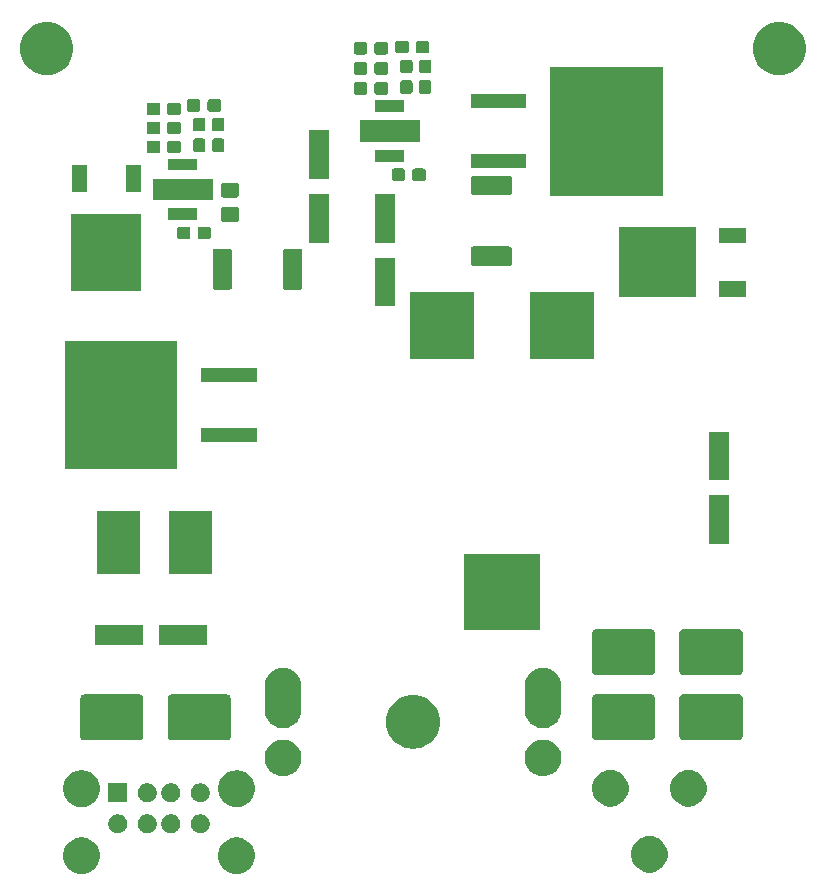
<source format=gts>
G04 #@! TF.GenerationSoftware,KiCad,Pcbnew,(5.1.2)-2*
G04 #@! TF.CreationDate,2019-06-29T18:25:01+02:00*
G04 #@! TF.ProjectId,Milwaukee_USB_charger,4d696c77-6175-46b6-9565-5f5553425f63,rev?*
G04 #@! TF.SameCoordinates,Original*
G04 #@! TF.FileFunction,Soldermask,Top*
G04 #@! TF.FilePolarity,Negative*
%FSLAX46Y46*%
G04 Gerber Fmt 4.6, Leading zero omitted, Abs format (unit mm)*
G04 Created by KiCad (PCBNEW (5.1.2)-2) date 2019-06-29 18:25:01*
%MOMM*%
%LPD*%
G04 APERTURE LIST*
%ADD10C,0.100000*%
G04 APERTURE END LIST*
D10*
G36*
X85372585Y-105808802D02*
G01*
X85522410Y-105838604D01*
X85804674Y-105955521D01*
X86058705Y-106125259D01*
X86274741Y-106341295D01*
X86444479Y-106595326D01*
X86561396Y-106877590D01*
X86621000Y-107177240D01*
X86621000Y-107482760D01*
X86561396Y-107782410D01*
X86444479Y-108064674D01*
X86274741Y-108318705D01*
X86058705Y-108534741D01*
X85804674Y-108704479D01*
X85522410Y-108821396D01*
X85372585Y-108851198D01*
X85222761Y-108881000D01*
X84917239Y-108881000D01*
X84767415Y-108851198D01*
X84617590Y-108821396D01*
X84335326Y-108704479D01*
X84081295Y-108534741D01*
X83865259Y-108318705D01*
X83695521Y-108064674D01*
X83578604Y-107782410D01*
X83519000Y-107482760D01*
X83519000Y-107177240D01*
X83578604Y-106877590D01*
X83695521Y-106595326D01*
X83865259Y-106341295D01*
X84081295Y-106125259D01*
X84335326Y-105955521D01*
X84617590Y-105838604D01*
X84767415Y-105808802D01*
X84917239Y-105779000D01*
X85222761Y-105779000D01*
X85372585Y-105808802D01*
X85372585Y-105808802D01*
G37*
G36*
X72232585Y-105808802D02*
G01*
X72382410Y-105838604D01*
X72664674Y-105955521D01*
X72918705Y-106125259D01*
X73134741Y-106341295D01*
X73304479Y-106595326D01*
X73421396Y-106877590D01*
X73481000Y-107177240D01*
X73481000Y-107482760D01*
X73421396Y-107782410D01*
X73304479Y-108064674D01*
X73134741Y-108318705D01*
X72918705Y-108534741D01*
X72664674Y-108704479D01*
X72382410Y-108821396D01*
X72232585Y-108851198D01*
X72082761Y-108881000D01*
X71777239Y-108881000D01*
X71627415Y-108851198D01*
X71477590Y-108821396D01*
X71195326Y-108704479D01*
X70941295Y-108534741D01*
X70725259Y-108318705D01*
X70555521Y-108064674D01*
X70438604Y-107782410D01*
X70379000Y-107482760D01*
X70379000Y-107177240D01*
X70438604Y-106877590D01*
X70555521Y-106595326D01*
X70725259Y-106341295D01*
X70941295Y-106125259D01*
X71195326Y-105955521D01*
X71477590Y-105838604D01*
X71627415Y-105808802D01*
X71777239Y-105779000D01*
X72082761Y-105779000D01*
X72232585Y-105808802D01*
X72232585Y-105808802D01*
G37*
G36*
X120302585Y-105678802D02*
G01*
X120452410Y-105708604D01*
X120734674Y-105825521D01*
X120988705Y-105995259D01*
X121204741Y-106211295D01*
X121374479Y-106465326D01*
X121491396Y-106747590D01*
X121551000Y-107047240D01*
X121551000Y-107352760D01*
X121491396Y-107652410D01*
X121374479Y-107934674D01*
X121204741Y-108188705D01*
X120988705Y-108404741D01*
X120734674Y-108574479D01*
X120452410Y-108691396D01*
X120386637Y-108704479D01*
X120152761Y-108751000D01*
X119847239Y-108751000D01*
X119613363Y-108704479D01*
X119547590Y-108691396D01*
X119265326Y-108574479D01*
X119011295Y-108404741D01*
X118795259Y-108188705D01*
X118625521Y-107934674D01*
X118508604Y-107652410D01*
X118449000Y-107352760D01*
X118449000Y-107047240D01*
X118508604Y-106747590D01*
X118625521Y-106465326D01*
X118795259Y-106211295D01*
X119011295Y-105995259D01*
X119265326Y-105825521D01*
X119547590Y-105708604D01*
X119697415Y-105678802D01*
X119847239Y-105649000D01*
X120152761Y-105649000D01*
X120302585Y-105678802D01*
X120302585Y-105678802D01*
G37*
G36*
X82233642Y-103849781D02*
G01*
X82379414Y-103910162D01*
X82379416Y-103910163D01*
X82510608Y-103997822D01*
X82622178Y-104109392D01*
X82709837Y-104240584D01*
X82709838Y-104240586D01*
X82770219Y-104386358D01*
X82801000Y-104541107D01*
X82801000Y-104698893D01*
X82770219Y-104853642D01*
X82709838Y-104999414D01*
X82709837Y-104999416D01*
X82622178Y-105130608D01*
X82510608Y-105242178D01*
X82379416Y-105329837D01*
X82379415Y-105329838D01*
X82379414Y-105329838D01*
X82233642Y-105390219D01*
X82078893Y-105421000D01*
X81921107Y-105421000D01*
X81766358Y-105390219D01*
X81620586Y-105329838D01*
X81620585Y-105329838D01*
X81620584Y-105329837D01*
X81489392Y-105242178D01*
X81377822Y-105130608D01*
X81290163Y-104999416D01*
X81290162Y-104999414D01*
X81229781Y-104853642D01*
X81199000Y-104698893D01*
X81199000Y-104541107D01*
X81229781Y-104386358D01*
X81290162Y-104240586D01*
X81290163Y-104240584D01*
X81377822Y-104109392D01*
X81489392Y-103997822D01*
X81620584Y-103910163D01*
X81620586Y-103910162D01*
X81766358Y-103849781D01*
X81921107Y-103819000D01*
X82078893Y-103819000D01*
X82233642Y-103849781D01*
X82233642Y-103849781D01*
G37*
G36*
X75233642Y-103849781D02*
G01*
X75379414Y-103910162D01*
X75379416Y-103910163D01*
X75510608Y-103997822D01*
X75622178Y-104109392D01*
X75709837Y-104240584D01*
X75709838Y-104240586D01*
X75770219Y-104386358D01*
X75801000Y-104541107D01*
X75801000Y-104698893D01*
X75770219Y-104853642D01*
X75709838Y-104999414D01*
X75709837Y-104999416D01*
X75622178Y-105130608D01*
X75510608Y-105242178D01*
X75379416Y-105329837D01*
X75379415Y-105329838D01*
X75379414Y-105329838D01*
X75233642Y-105390219D01*
X75078893Y-105421000D01*
X74921107Y-105421000D01*
X74766358Y-105390219D01*
X74620586Y-105329838D01*
X74620585Y-105329838D01*
X74620584Y-105329837D01*
X74489392Y-105242178D01*
X74377822Y-105130608D01*
X74290163Y-104999416D01*
X74290162Y-104999414D01*
X74229781Y-104853642D01*
X74199000Y-104698893D01*
X74199000Y-104541107D01*
X74229781Y-104386358D01*
X74290162Y-104240586D01*
X74290163Y-104240584D01*
X74377822Y-104109392D01*
X74489392Y-103997822D01*
X74620584Y-103910163D01*
X74620586Y-103910162D01*
X74766358Y-103849781D01*
X74921107Y-103819000D01*
X75078893Y-103819000D01*
X75233642Y-103849781D01*
X75233642Y-103849781D01*
G37*
G36*
X79733642Y-103849781D02*
G01*
X79879414Y-103910162D01*
X79879416Y-103910163D01*
X80010608Y-103997822D01*
X80122178Y-104109392D01*
X80209837Y-104240584D01*
X80209838Y-104240586D01*
X80270219Y-104386358D01*
X80301000Y-104541107D01*
X80301000Y-104698893D01*
X80270219Y-104853642D01*
X80209838Y-104999414D01*
X80209837Y-104999416D01*
X80122178Y-105130608D01*
X80010608Y-105242178D01*
X79879416Y-105329837D01*
X79879415Y-105329838D01*
X79879414Y-105329838D01*
X79733642Y-105390219D01*
X79578893Y-105421000D01*
X79421107Y-105421000D01*
X79266358Y-105390219D01*
X79120586Y-105329838D01*
X79120585Y-105329838D01*
X79120584Y-105329837D01*
X78989392Y-105242178D01*
X78877822Y-105130608D01*
X78790163Y-104999416D01*
X78790162Y-104999414D01*
X78729781Y-104853642D01*
X78699000Y-104698893D01*
X78699000Y-104541107D01*
X78729781Y-104386358D01*
X78790162Y-104240586D01*
X78790163Y-104240584D01*
X78877822Y-104109392D01*
X78989392Y-103997822D01*
X79120584Y-103910163D01*
X79120586Y-103910162D01*
X79266358Y-103849781D01*
X79421107Y-103819000D01*
X79578893Y-103819000D01*
X79733642Y-103849781D01*
X79733642Y-103849781D01*
G37*
G36*
X77733642Y-103849781D02*
G01*
X77879414Y-103910162D01*
X77879416Y-103910163D01*
X78010608Y-103997822D01*
X78122178Y-104109392D01*
X78209837Y-104240584D01*
X78209838Y-104240586D01*
X78270219Y-104386358D01*
X78301000Y-104541107D01*
X78301000Y-104698893D01*
X78270219Y-104853642D01*
X78209838Y-104999414D01*
X78209837Y-104999416D01*
X78122178Y-105130608D01*
X78010608Y-105242178D01*
X77879416Y-105329837D01*
X77879415Y-105329838D01*
X77879414Y-105329838D01*
X77733642Y-105390219D01*
X77578893Y-105421000D01*
X77421107Y-105421000D01*
X77266358Y-105390219D01*
X77120586Y-105329838D01*
X77120585Y-105329838D01*
X77120584Y-105329837D01*
X76989392Y-105242178D01*
X76877822Y-105130608D01*
X76790163Y-104999416D01*
X76790162Y-104999414D01*
X76729781Y-104853642D01*
X76699000Y-104698893D01*
X76699000Y-104541107D01*
X76729781Y-104386358D01*
X76790162Y-104240586D01*
X76790163Y-104240584D01*
X76877822Y-104109392D01*
X76989392Y-103997822D01*
X77120584Y-103910163D01*
X77120586Y-103910162D01*
X77266358Y-103849781D01*
X77421107Y-103819000D01*
X77578893Y-103819000D01*
X77733642Y-103849781D01*
X77733642Y-103849781D01*
G37*
G36*
X85331371Y-100120604D02*
G01*
X85522410Y-100158604D01*
X85804674Y-100275521D01*
X86058705Y-100445259D01*
X86274741Y-100661295D01*
X86444479Y-100915326D01*
X86561396Y-101197590D01*
X86621000Y-101497240D01*
X86621000Y-101802760D01*
X86561396Y-102102410D01*
X86444479Y-102384674D01*
X86274741Y-102638705D01*
X86058705Y-102854741D01*
X85804674Y-103024479D01*
X85522410Y-103141396D01*
X85413799Y-103163000D01*
X85222761Y-103201000D01*
X84917239Y-103201000D01*
X84726201Y-103163000D01*
X84617590Y-103141396D01*
X84335326Y-103024479D01*
X84081295Y-102854741D01*
X83865259Y-102638705D01*
X83695521Y-102384674D01*
X83578604Y-102102410D01*
X83519000Y-101802760D01*
X83519000Y-101497240D01*
X83578604Y-101197590D01*
X83695521Y-100915326D01*
X83865259Y-100661295D01*
X84081295Y-100445259D01*
X84335326Y-100275521D01*
X84617590Y-100158604D01*
X84808629Y-100120604D01*
X84917239Y-100099000D01*
X85222761Y-100099000D01*
X85331371Y-100120604D01*
X85331371Y-100120604D01*
G37*
G36*
X72191371Y-100120604D02*
G01*
X72382410Y-100158604D01*
X72664674Y-100275521D01*
X72918705Y-100445259D01*
X73134741Y-100661295D01*
X73304479Y-100915326D01*
X73421396Y-101197590D01*
X73481000Y-101497240D01*
X73481000Y-101802760D01*
X73421396Y-102102410D01*
X73304479Y-102384674D01*
X73134741Y-102638705D01*
X72918705Y-102854741D01*
X72664674Y-103024479D01*
X72382410Y-103141396D01*
X72273799Y-103163000D01*
X72082761Y-103201000D01*
X71777239Y-103201000D01*
X71586201Y-103163000D01*
X71477590Y-103141396D01*
X71195326Y-103024479D01*
X70941295Y-102854741D01*
X70725259Y-102638705D01*
X70555521Y-102384674D01*
X70438604Y-102102410D01*
X70379000Y-101802760D01*
X70379000Y-101497240D01*
X70438604Y-101197590D01*
X70555521Y-100915326D01*
X70725259Y-100661295D01*
X70941295Y-100445259D01*
X71195326Y-100275521D01*
X71477590Y-100158604D01*
X71668629Y-100120604D01*
X71777239Y-100099000D01*
X72082761Y-100099000D01*
X72191371Y-100120604D01*
X72191371Y-100120604D01*
G37*
G36*
X117000585Y-100090802D02*
G01*
X117150410Y-100120604D01*
X117432674Y-100237521D01*
X117686705Y-100407259D01*
X117902741Y-100623295D01*
X118072479Y-100877326D01*
X118189396Y-101159590D01*
X118189396Y-101159591D01*
X118249000Y-101459239D01*
X118249000Y-101764761D01*
X118248682Y-101766358D01*
X118189396Y-102064410D01*
X118072479Y-102346674D01*
X117902741Y-102600705D01*
X117686705Y-102816741D01*
X117432674Y-102986479D01*
X117150410Y-103103396D01*
X117000585Y-103133198D01*
X116850761Y-103163000D01*
X116545239Y-103163000D01*
X116395415Y-103133198D01*
X116245590Y-103103396D01*
X115963326Y-102986479D01*
X115709295Y-102816741D01*
X115493259Y-102600705D01*
X115323521Y-102346674D01*
X115206604Y-102064410D01*
X115147318Y-101766358D01*
X115147000Y-101764761D01*
X115147000Y-101459239D01*
X115206604Y-101159591D01*
X115206604Y-101159590D01*
X115323521Y-100877326D01*
X115493259Y-100623295D01*
X115709295Y-100407259D01*
X115963326Y-100237521D01*
X116245590Y-100120604D01*
X116395415Y-100090802D01*
X116545239Y-100061000D01*
X116850761Y-100061000D01*
X117000585Y-100090802D01*
X117000585Y-100090802D01*
G37*
G36*
X123604585Y-100090802D02*
G01*
X123754410Y-100120604D01*
X124036674Y-100237521D01*
X124290705Y-100407259D01*
X124506741Y-100623295D01*
X124676479Y-100877326D01*
X124793396Y-101159590D01*
X124793396Y-101159591D01*
X124853000Y-101459239D01*
X124853000Y-101764761D01*
X124852682Y-101766358D01*
X124793396Y-102064410D01*
X124676479Y-102346674D01*
X124506741Y-102600705D01*
X124290705Y-102816741D01*
X124036674Y-102986479D01*
X123754410Y-103103396D01*
X123604585Y-103133198D01*
X123454761Y-103163000D01*
X123149239Y-103163000D01*
X122999415Y-103133198D01*
X122849590Y-103103396D01*
X122567326Y-102986479D01*
X122313295Y-102816741D01*
X122097259Y-102600705D01*
X121927521Y-102346674D01*
X121810604Y-102064410D01*
X121751318Y-101766358D01*
X121751000Y-101764761D01*
X121751000Y-101459239D01*
X121810604Y-101159591D01*
X121810604Y-101159590D01*
X121927521Y-100877326D01*
X122097259Y-100623295D01*
X122313295Y-100407259D01*
X122567326Y-100237521D01*
X122849590Y-100120604D01*
X122999415Y-100090802D01*
X123149239Y-100061000D01*
X123454761Y-100061000D01*
X123604585Y-100090802D01*
X123604585Y-100090802D01*
G37*
G36*
X75801000Y-102801000D02*
G01*
X74199000Y-102801000D01*
X74199000Y-101199000D01*
X75801000Y-101199000D01*
X75801000Y-102801000D01*
X75801000Y-102801000D01*
G37*
G36*
X82233642Y-101229781D02*
G01*
X82379414Y-101290162D01*
X82379416Y-101290163D01*
X82510608Y-101377822D01*
X82622178Y-101489392D01*
X82709837Y-101620584D01*
X82709838Y-101620586D01*
X82770219Y-101766358D01*
X82801000Y-101921107D01*
X82801000Y-102078893D01*
X82770219Y-102233642D01*
X82723400Y-102346672D01*
X82709837Y-102379416D01*
X82622178Y-102510608D01*
X82510608Y-102622178D01*
X82379416Y-102709837D01*
X82379415Y-102709838D01*
X82379414Y-102709838D01*
X82233642Y-102770219D01*
X82078893Y-102801000D01*
X81921107Y-102801000D01*
X81766358Y-102770219D01*
X81620586Y-102709838D01*
X81620585Y-102709838D01*
X81620584Y-102709837D01*
X81489392Y-102622178D01*
X81377822Y-102510608D01*
X81290163Y-102379416D01*
X81276600Y-102346672D01*
X81229781Y-102233642D01*
X81199000Y-102078893D01*
X81199000Y-101921107D01*
X81229781Y-101766358D01*
X81290162Y-101620586D01*
X81290163Y-101620584D01*
X81377822Y-101489392D01*
X81489392Y-101377822D01*
X81620584Y-101290163D01*
X81620586Y-101290162D01*
X81766358Y-101229781D01*
X81921107Y-101199000D01*
X82078893Y-101199000D01*
X82233642Y-101229781D01*
X82233642Y-101229781D01*
G37*
G36*
X79733642Y-101229781D02*
G01*
X79879414Y-101290162D01*
X79879416Y-101290163D01*
X80010608Y-101377822D01*
X80122178Y-101489392D01*
X80209837Y-101620584D01*
X80209838Y-101620586D01*
X80270219Y-101766358D01*
X80301000Y-101921107D01*
X80301000Y-102078893D01*
X80270219Y-102233642D01*
X80223400Y-102346672D01*
X80209837Y-102379416D01*
X80122178Y-102510608D01*
X80010608Y-102622178D01*
X79879416Y-102709837D01*
X79879415Y-102709838D01*
X79879414Y-102709838D01*
X79733642Y-102770219D01*
X79578893Y-102801000D01*
X79421107Y-102801000D01*
X79266358Y-102770219D01*
X79120586Y-102709838D01*
X79120585Y-102709838D01*
X79120584Y-102709837D01*
X78989392Y-102622178D01*
X78877822Y-102510608D01*
X78790163Y-102379416D01*
X78776600Y-102346672D01*
X78729781Y-102233642D01*
X78699000Y-102078893D01*
X78699000Y-101921107D01*
X78729781Y-101766358D01*
X78790162Y-101620586D01*
X78790163Y-101620584D01*
X78877822Y-101489392D01*
X78989392Y-101377822D01*
X79120584Y-101290163D01*
X79120586Y-101290162D01*
X79266358Y-101229781D01*
X79421107Y-101199000D01*
X79578893Y-101199000D01*
X79733642Y-101229781D01*
X79733642Y-101229781D01*
G37*
G36*
X77733642Y-101229781D02*
G01*
X77879414Y-101290162D01*
X77879416Y-101290163D01*
X78010608Y-101377822D01*
X78122178Y-101489392D01*
X78209837Y-101620584D01*
X78209838Y-101620586D01*
X78270219Y-101766358D01*
X78301000Y-101921107D01*
X78301000Y-102078893D01*
X78270219Y-102233642D01*
X78223400Y-102346672D01*
X78209837Y-102379416D01*
X78122178Y-102510608D01*
X78010608Y-102622178D01*
X77879416Y-102709837D01*
X77879415Y-102709838D01*
X77879414Y-102709838D01*
X77733642Y-102770219D01*
X77578893Y-102801000D01*
X77421107Y-102801000D01*
X77266358Y-102770219D01*
X77120586Y-102709838D01*
X77120585Y-102709838D01*
X77120584Y-102709837D01*
X76989392Y-102622178D01*
X76877822Y-102510608D01*
X76790163Y-102379416D01*
X76776600Y-102346672D01*
X76729781Y-102233642D01*
X76699000Y-102078893D01*
X76699000Y-101921107D01*
X76729781Y-101766358D01*
X76790162Y-101620586D01*
X76790163Y-101620584D01*
X76877822Y-101489392D01*
X76989392Y-101377822D01*
X77120584Y-101290163D01*
X77120586Y-101290162D01*
X77266358Y-101229781D01*
X77421107Y-101199000D01*
X77578893Y-101199000D01*
X77733642Y-101229781D01*
X77733642Y-101229781D01*
G37*
G36*
X89169582Y-97492346D02*
G01*
X89452410Y-97548604D01*
X89734674Y-97665521D01*
X89988705Y-97835259D01*
X90204741Y-98051295D01*
X90374479Y-98305326D01*
X90491396Y-98587590D01*
X90551000Y-98887240D01*
X90551000Y-99192760D01*
X90491396Y-99492410D01*
X90374479Y-99774674D01*
X90204741Y-100028705D01*
X89988705Y-100244741D01*
X89734674Y-100414479D01*
X89452410Y-100531396D01*
X89302585Y-100561198D01*
X89152761Y-100591000D01*
X88847239Y-100591000D01*
X88697415Y-100561198D01*
X88547590Y-100531396D01*
X88265326Y-100414479D01*
X88011295Y-100244741D01*
X87795259Y-100028705D01*
X87625521Y-99774674D01*
X87508604Y-99492410D01*
X87449000Y-99192760D01*
X87449000Y-98887240D01*
X87508604Y-98587590D01*
X87625521Y-98305326D01*
X87795259Y-98051295D01*
X88011295Y-97835259D01*
X88265326Y-97665521D01*
X88547590Y-97548604D01*
X88830418Y-97492346D01*
X88847239Y-97489000D01*
X89152761Y-97489000D01*
X89169582Y-97492346D01*
X89169582Y-97492346D01*
G37*
G36*
X111169582Y-97492346D02*
G01*
X111452410Y-97548604D01*
X111734674Y-97665521D01*
X111988705Y-97835259D01*
X112204741Y-98051295D01*
X112374479Y-98305326D01*
X112491396Y-98587590D01*
X112551000Y-98887240D01*
X112551000Y-99192760D01*
X112491396Y-99492410D01*
X112374479Y-99774674D01*
X112204741Y-100028705D01*
X111988705Y-100244741D01*
X111734674Y-100414479D01*
X111452410Y-100531396D01*
X111302585Y-100561198D01*
X111152761Y-100591000D01*
X110847239Y-100591000D01*
X110697415Y-100561198D01*
X110547590Y-100531396D01*
X110265326Y-100414479D01*
X110011295Y-100244741D01*
X109795259Y-100028705D01*
X109625521Y-99774674D01*
X109508604Y-99492410D01*
X109449000Y-99192760D01*
X109449000Y-98887240D01*
X109508604Y-98587590D01*
X109625521Y-98305326D01*
X109795259Y-98051295D01*
X110011295Y-97835259D01*
X110265326Y-97665521D01*
X110547590Y-97548604D01*
X110830418Y-97492346D01*
X110847239Y-97489000D01*
X111152761Y-97489000D01*
X111169582Y-97492346D01*
X111169582Y-97492346D01*
G37*
G36*
X100264593Y-93757531D02*
G01*
X100656593Y-93835504D01*
X101066249Y-94005189D01*
X101434929Y-94251534D01*
X101748466Y-94565071D01*
X101994811Y-94933751D01*
X102164496Y-95343407D01*
X102251000Y-95778296D01*
X102251000Y-96221704D01*
X102164496Y-96656593D01*
X101994811Y-97066249D01*
X101748466Y-97434929D01*
X101434929Y-97748466D01*
X101066249Y-97994811D01*
X100656593Y-98164496D01*
X100275880Y-98240224D01*
X100221705Y-98251000D01*
X99778295Y-98251000D01*
X99724120Y-98240224D01*
X99343407Y-98164496D01*
X98933751Y-97994811D01*
X98565071Y-97748466D01*
X98251534Y-97434929D01*
X98005189Y-97066249D01*
X97835504Y-96656593D01*
X97749000Y-96221704D01*
X97749000Y-95778296D01*
X97835504Y-95343407D01*
X98005189Y-94933751D01*
X98251534Y-94565071D01*
X98565071Y-94251534D01*
X98933751Y-94005189D01*
X99343407Y-93835504D01*
X99735407Y-93757531D01*
X99778295Y-93749000D01*
X100221705Y-93749000D01*
X100264593Y-93757531D01*
X100264593Y-93757531D01*
G37*
G36*
X76878798Y-93656685D02*
G01*
X76947925Y-93677654D01*
X77011631Y-93711706D01*
X77067469Y-93757531D01*
X77113294Y-93813369D01*
X77147346Y-93877075D01*
X77168315Y-93946202D01*
X77176000Y-94024228D01*
X77176000Y-97175772D01*
X77168315Y-97253798D01*
X77147346Y-97322925D01*
X77113294Y-97386631D01*
X77067469Y-97442469D01*
X77011631Y-97488294D01*
X76947925Y-97522346D01*
X76878798Y-97543315D01*
X76800772Y-97551000D01*
X72199228Y-97551000D01*
X72121202Y-97543315D01*
X72052075Y-97522346D01*
X71988369Y-97488294D01*
X71932531Y-97442469D01*
X71886706Y-97386631D01*
X71852654Y-97322925D01*
X71831685Y-97253798D01*
X71824000Y-97175772D01*
X71824000Y-94024228D01*
X71831685Y-93946202D01*
X71852654Y-93877075D01*
X71886706Y-93813369D01*
X71932531Y-93757531D01*
X71988369Y-93711706D01*
X72052075Y-93677654D01*
X72121202Y-93656685D01*
X72199228Y-93649000D01*
X76800772Y-93649000D01*
X76878798Y-93656685D01*
X76878798Y-93656685D01*
G37*
G36*
X84278798Y-93656685D02*
G01*
X84347925Y-93677654D01*
X84411631Y-93711706D01*
X84467469Y-93757531D01*
X84513294Y-93813369D01*
X84547346Y-93877075D01*
X84568315Y-93946202D01*
X84576000Y-94024228D01*
X84576000Y-97175772D01*
X84568315Y-97253798D01*
X84547346Y-97322925D01*
X84513294Y-97386631D01*
X84467469Y-97442469D01*
X84411631Y-97488294D01*
X84347925Y-97522346D01*
X84278798Y-97543315D01*
X84200772Y-97551000D01*
X79599228Y-97551000D01*
X79521202Y-97543315D01*
X79452075Y-97522346D01*
X79388369Y-97488294D01*
X79332531Y-97442469D01*
X79286706Y-97386631D01*
X79252654Y-97322925D01*
X79231685Y-97253798D01*
X79224000Y-97175772D01*
X79224000Y-94024228D01*
X79231685Y-93946202D01*
X79252654Y-93877075D01*
X79286706Y-93813369D01*
X79332531Y-93757531D01*
X79388369Y-93711706D01*
X79452075Y-93677654D01*
X79521202Y-93656685D01*
X79599228Y-93649000D01*
X84200772Y-93649000D01*
X84278798Y-93656685D01*
X84278798Y-93656685D01*
G37*
G36*
X120208798Y-93626685D02*
G01*
X120277925Y-93647654D01*
X120341631Y-93681706D01*
X120397469Y-93727531D01*
X120443294Y-93783369D01*
X120477346Y-93847075D01*
X120498315Y-93916202D01*
X120506000Y-93994228D01*
X120506000Y-97145772D01*
X120498315Y-97223798D01*
X120477346Y-97292925D01*
X120443294Y-97356631D01*
X120397469Y-97412469D01*
X120341631Y-97458294D01*
X120277925Y-97492346D01*
X120208798Y-97513315D01*
X120130772Y-97521000D01*
X115529228Y-97521000D01*
X115451202Y-97513315D01*
X115382075Y-97492346D01*
X115318369Y-97458294D01*
X115262531Y-97412469D01*
X115216706Y-97356631D01*
X115182654Y-97292925D01*
X115161685Y-97223798D01*
X115154000Y-97145772D01*
X115154000Y-93994228D01*
X115161685Y-93916202D01*
X115182654Y-93847075D01*
X115216706Y-93783369D01*
X115262531Y-93727531D01*
X115318369Y-93681706D01*
X115382075Y-93647654D01*
X115451202Y-93626685D01*
X115529228Y-93619000D01*
X120130772Y-93619000D01*
X120208798Y-93626685D01*
X120208798Y-93626685D01*
G37*
G36*
X127608798Y-93626685D02*
G01*
X127677925Y-93647654D01*
X127741631Y-93681706D01*
X127797469Y-93727531D01*
X127843294Y-93783369D01*
X127877346Y-93847075D01*
X127898315Y-93916202D01*
X127906000Y-93994228D01*
X127906000Y-97145772D01*
X127898315Y-97223798D01*
X127877346Y-97292925D01*
X127843294Y-97356631D01*
X127797469Y-97412469D01*
X127741631Y-97458294D01*
X127677925Y-97492346D01*
X127608798Y-97513315D01*
X127530772Y-97521000D01*
X122929228Y-97521000D01*
X122851202Y-97513315D01*
X122782075Y-97492346D01*
X122718369Y-97458294D01*
X122662531Y-97412469D01*
X122616706Y-97356631D01*
X122582654Y-97292925D01*
X122561685Y-97223798D01*
X122554000Y-97145772D01*
X122554000Y-93994228D01*
X122561685Y-93916202D01*
X122582654Y-93847075D01*
X122616706Y-93783369D01*
X122662531Y-93727531D01*
X122718369Y-93681706D01*
X122782075Y-93647654D01*
X122851202Y-93626685D01*
X122929228Y-93619000D01*
X127530772Y-93619000D01*
X127608798Y-93626685D01*
X127608798Y-93626685D01*
G37*
G36*
X111304049Y-91431442D02*
G01*
X111596414Y-91520130D01*
X111596416Y-91520131D01*
X111865858Y-91664150D01*
X112102029Y-91857971D01*
X112295850Y-92094142D01*
X112439869Y-92363584D01*
X112439870Y-92363586D01*
X112528558Y-92655951D01*
X112551000Y-92883810D01*
X112551000Y-95036190D01*
X112528558Y-95264049D01*
X112504484Y-95343409D01*
X112439869Y-95556416D01*
X112295850Y-95825858D01*
X112248927Y-95883033D01*
X112102029Y-96062029D01*
X112035086Y-96116967D01*
X111865856Y-96255850D01*
X111623129Y-96385590D01*
X111596413Y-96399870D01*
X111304048Y-96488558D01*
X111000000Y-96518504D01*
X110695951Y-96488558D01*
X110403586Y-96399870D01*
X110376870Y-96385590D01*
X110134142Y-96255850D01*
X110004426Y-96149395D01*
X109897971Y-96062029D01*
X109704151Y-95825857D01*
X109695705Y-95810055D01*
X109560131Y-95556415D01*
X109495516Y-95343409D01*
X109471442Y-95264048D01*
X109449000Y-95036189D01*
X109449001Y-92883810D01*
X109471443Y-92655951D01*
X109560131Y-92363586D01*
X109560132Y-92363584D01*
X109704151Y-92094142D01*
X109897972Y-91857971D01*
X110134143Y-91664150D01*
X110403585Y-91520131D01*
X110403587Y-91520130D01*
X110695952Y-91431442D01*
X111000000Y-91401496D01*
X111304049Y-91431442D01*
X111304049Y-91431442D01*
G37*
G36*
X89304049Y-91431442D02*
G01*
X89596414Y-91520130D01*
X89596416Y-91520131D01*
X89865858Y-91664150D01*
X90102029Y-91857971D01*
X90295850Y-92094142D01*
X90439869Y-92363584D01*
X90439870Y-92363586D01*
X90528558Y-92655951D01*
X90551000Y-92883810D01*
X90551000Y-95036190D01*
X90528558Y-95264049D01*
X90504484Y-95343409D01*
X90439869Y-95556416D01*
X90295850Y-95825858D01*
X90248927Y-95883033D01*
X90102029Y-96062029D01*
X90035086Y-96116967D01*
X89865856Y-96255850D01*
X89623129Y-96385590D01*
X89596413Y-96399870D01*
X89304048Y-96488558D01*
X89000000Y-96518504D01*
X88695951Y-96488558D01*
X88403586Y-96399870D01*
X88376870Y-96385590D01*
X88134142Y-96255850D01*
X88004426Y-96149395D01*
X87897971Y-96062029D01*
X87704151Y-95825857D01*
X87695705Y-95810055D01*
X87560131Y-95556415D01*
X87495516Y-95343409D01*
X87471442Y-95264048D01*
X87449000Y-95036189D01*
X87449001Y-92883810D01*
X87471443Y-92655951D01*
X87560131Y-92363586D01*
X87560132Y-92363584D01*
X87704151Y-92094142D01*
X87897972Y-91857971D01*
X88134143Y-91664150D01*
X88403585Y-91520131D01*
X88403587Y-91520130D01*
X88695952Y-91431442D01*
X89000000Y-91401496D01*
X89304049Y-91431442D01*
X89304049Y-91431442D01*
G37*
G36*
X127608798Y-88126685D02*
G01*
X127677925Y-88147654D01*
X127741631Y-88181706D01*
X127797469Y-88227531D01*
X127843294Y-88283369D01*
X127877346Y-88347075D01*
X127898315Y-88416202D01*
X127906000Y-88494228D01*
X127906000Y-91645772D01*
X127898315Y-91723798D01*
X127877346Y-91792925D01*
X127843294Y-91856631D01*
X127797469Y-91912469D01*
X127741631Y-91958294D01*
X127677925Y-91992346D01*
X127608798Y-92013315D01*
X127530772Y-92021000D01*
X122929228Y-92021000D01*
X122851202Y-92013315D01*
X122782075Y-91992346D01*
X122718369Y-91958294D01*
X122662531Y-91912469D01*
X122616706Y-91856631D01*
X122582654Y-91792925D01*
X122561685Y-91723798D01*
X122554000Y-91645772D01*
X122554000Y-88494228D01*
X122561685Y-88416202D01*
X122582654Y-88347075D01*
X122616706Y-88283369D01*
X122662531Y-88227531D01*
X122718369Y-88181706D01*
X122782075Y-88147654D01*
X122851202Y-88126685D01*
X122929228Y-88119000D01*
X127530772Y-88119000D01*
X127608798Y-88126685D01*
X127608798Y-88126685D01*
G37*
G36*
X120208798Y-88126685D02*
G01*
X120277925Y-88147654D01*
X120341631Y-88181706D01*
X120397469Y-88227531D01*
X120443294Y-88283369D01*
X120477346Y-88347075D01*
X120498315Y-88416202D01*
X120506000Y-88494228D01*
X120506000Y-91645772D01*
X120498315Y-91723798D01*
X120477346Y-91792925D01*
X120443294Y-91856631D01*
X120397469Y-91912469D01*
X120341631Y-91958294D01*
X120277925Y-91992346D01*
X120208798Y-92013315D01*
X120130772Y-92021000D01*
X115529228Y-92021000D01*
X115451202Y-92013315D01*
X115382075Y-91992346D01*
X115318369Y-91958294D01*
X115262531Y-91912469D01*
X115216706Y-91856631D01*
X115182654Y-91792925D01*
X115161685Y-91723798D01*
X115154000Y-91645772D01*
X115154000Y-88494228D01*
X115161685Y-88416202D01*
X115182654Y-88347075D01*
X115216706Y-88283369D01*
X115262531Y-88227531D01*
X115318369Y-88181706D01*
X115382075Y-88147654D01*
X115451202Y-88126685D01*
X115529228Y-88119000D01*
X120130772Y-88119000D01*
X120208798Y-88126685D01*
X120208798Y-88126685D01*
G37*
G36*
X82581000Y-89521000D02*
G01*
X78479000Y-89521000D01*
X78479000Y-87819000D01*
X82581000Y-87819000D01*
X82581000Y-89521000D01*
X82581000Y-89521000D01*
G37*
G36*
X77181000Y-89521000D02*
G01*
X73079000Y-89521000D01*
X73079000Y-87819000D01*
X77181000Y-87819000D01*
X77181000Y-89521000D01*
X77181000Y-89521000D01*
G37*
G36*
X110756000Y-88181000D02*
G01*
X104304000Y-88181000D01*
X104304000Y-81799000D01*
X110756000Y-81799000D01*
X110756000Y-88181000D01*
X110756000Y-88181000D01*
G37*
G36*
X76876000Y-83441000D02*
G01*
X73274000Y-83441000D01*
X73274000Y-78099000D01*
X76876000Y-78099000D01*
X76876000Y-83441000D01*
X76876000Y-83441000D01*
G37*
G36*
X82986000Y-83441000D02*
G01*
X79384000Y-83441000D01*
X79384000Y-78099000D01*
X82986000Y-78099000D01*
X82986000Y-83441000D01*
X82986000Y-83441000D01*
G37*
G36*
X126781000Y-80921000D02*
G01*
X125079000Y-80921000D01*
X125079000Y-76819000D01*
X126781000Y-76819000D01*
X126781000Y-80921000D01*
X126781000Y-80921000D01*
G37*
G36*
X126781000Y-75521000D02*
G01*
X125079000Y-75521000D01*
X125079000Y-71419000D01*
X126781000Y-71419000D01*
X126781000Y-75521000D01*
X126781000Y-75521000D01*
G37*
G36*
X80036759Y-74621000D02*
G01*
X70534759Y-74621000D01*
X70534759Y-63719000D01*
X80036759Y-63719000D01*
X80036759Y-74621000D01*
X80036759Y-74621000D01*
G37*
G36*
X86786759Y-72311000D02*
G01*
X82084759Y-72311000D01*
X82084759Y-71109000D01*
X86786759Y-71109000D01*
X86786759Y-72311000D01*
X86786759Y-72311000D01*
G37*
G36*
X86786759Y-67231000D02*
G01*
X82084759Y-67231000D01*
X82084759Y-66029000D01*
X86786759Y-66029000D01*
X86786759Y-67231000D01*
X86786759Y-67231000D01*
G37*
G36*
X105171000Y-65261000D02*
G01*
X99739000Y-65261000D01*
X99739000Y-59569000D01*
X105171000Y-59569000D01*
X105171000Y-65261000D01*
X105171000Y-65261000D01*
G37*
G36*
X115321000Y-65261000D02*
G01*
X109889000Y-65261000D01*
X109889000Y-59569000D01*
X115321000Y-59569000D01*
X115321000Y-65261000D01*
X115321000Y-65261000D01*
G37*
G36*
X98481000Y-60821000D02*
G01*
X96779000Y-60821000D01*
X96779000Y-56719000D01*
X98481000Y-56719000D01*
X98481000Y-60821000D01*
X98481000Y-60821000D01*
G37*
G36*
X123981000Y-60021000D02*
G01*
X117479000Y-60021000D01*
X117479000Y-54119000D01*
X123981000Y-54119000D01*
X123981000Y-60021000D01*
X123981000Y-60021000D01*
G37*
G36*
X128181000Y-60001000D02*
G01*
X125879000Y-60001000D01*
X125879000Y-58699000D01*
X128181000Y-58699000D01*
X128181000Y-60001000D01*
X128181000Y-60001000D01*
G37*
G36*
X76981000Y-59521000D02*
G01*
X71079000Y-59521000D01*
X71079000Y-53019000D01*
X76981000Y-53019000D01*
X76981000Y-59521000D01*
X76981000Y-59521000D01*
G37*
G36*
X84508820Y-55948103D02*
G01*
X84542985Y-55958467D01*
X84574464Y-55975293D01*
X84602060Y-55997940D01*
X84624707Y-56025536D01*
X84641533Y-56057015D01*
X84651897Y-56091180D01*
X84656000Y-56132842D01*
X84656000Y-59207158D01*
X84651897Y-59248820D01*
X84641533Y-59282985D01*
X84624707Y-59314464D01*
X84602060Y-59342060D01*
X84574464Y-59364707D01*
X84542985Y-59381533D01*
X84508820Y-59391897D01*
X84467158Y-59396000D01*
X83217842Y-59396000D01*
X83176180Y-59391897D01*
X83142015Y-59381533D01*
X83110536Y-59364707D01*
X83082940Y-59342060D01*
X83060293Y-59314464D01*
X83043467Y-59282985D01*
X83033103Y-59248820D01*
X83029000Y-59207158D01*
X83029000Y-56132842D01*
X83033103Y-56091180D01*
X83043467Y-56057015D01*
X83060293Y-56025536D01*
X83082940Y-55997940D01*
X83110536Y-55975293D01*
X83142015Y-55958467D01*
X83176180Y-55948103D01*
X83217842Y-55944000D01*
X84467158Y-55944000D01*
X84508820Y-55948103D01*
X84508820Y-55948103D01*
G37*
G36*
X90483820Y-55948103D02*
G01*
X90517985Y-55958467D01*
X90549464Y-55975293D01*
X90577060Y-55997940D01*
X90599707Y-56025536D01*
X90616533Y-56057015D01*
X90626897Y-56091180D01*
X90631000Y-56132842D01*
X90631000Y-59207158D01*
X90626897Y-59248820D01*
X90616533Y-59282985D01*
X90599707Y-59314464D01*
X90577060Y-59342060D01*
X90549464Y-59364707D01*
X90517985Y-59381533D01*
X90483820Y-59391897D01*
X90442158Y-59396000D01*
X89192842Y-59396000D01*
X89151180Y-59391897D01*
X89117015Y-59381533D01*
X89085536Y-59364707D01*
X89057940Y-59342060D01*
X89035293Y-59314464D01*
X89018467Y-59282985D01*
X89008103Y-59248820D01*
X89004000Y-59207158D01*
X89004000Y-56132842D01*
X89008103Y-56091180D01*
X89018467Y-56057015D01*
X89035293Y-56025536D01*
X89057940Y-55997940D01*
X89085536Y-55975293D01*
X89117015Y-55958467D01*
X89151180Y-55948103D01*
X89192842Y-55944000D01*
X90442158Y-55944000D01*
X90483820Y-55948103D01*
X90483820Y-55948103D01*
G37*
G36*
X108208820Y-55748103D02*
G01*
X108242985Y-55758467D01*
X108274464Y-55775293D01*
X108302060Y-55797940D01*
X108324707Y-55825536D01*
X108341533Y-55857015D01*
X108351897Y-55891180D01*
X108356000Y-55932842D01*
X108356000Y-57182158D01*
X108351897Y-57223820D01*
X108341533Y-57257985D01*
X108324707Y-57289464D01*
X108302060Y-57317060D01*
X108274464Y-57339707D01*
X108242985Y-57356533D01*
X108208820Y-57366897D01*
X108167158Y-57371000D01*
X105092842Y-57371000D01*
X105051180Y-57366897D01*
X105017015Y-57356533D01*
X104985536Y-57339707D01*
X104957940Y-57317060D01*
X104935293Y-57289464D01*
X104918467Y-57257985D01*
X104908103Y-57223820D01*
X104904000Y-57182158D01*
X104904000Y-55932842D01*
X104908103Y-55891180D01*
X104918467Y-55857015D01*
X104935293Y-55825536D01*
X104957940Y-55797940D01*
X104985536Y-55775293D01*
X105017015Y-55758467D01*
X105051180Y-55748103D01*
X105092842Y-55744000D01*
X108167158Y-55744000D01*
X108208820Y-55748103D01*
X108208820Y-55748103D01*
G37*
G36*
X128181000Y-55441000D02*
G01*
X125879000Y-55441000D01*
X125879000Y-54139000D01*
X128181000Y-54139000D01*
X128181000Y-55441000D01*
X128181000Y-55441000D01*
G37*
G36*
X98481000Y-55421000D02*
G01*
X96779000Y-55421000D01*
X96779000Y-51319000D01*
X98481000Y-51319000D01*
X98481000Y-55421000D01*
X98481000Y-55421000D01*
G37*
G36*
X92881000Y-55421000D02*
G01*
X91179000Y-55421000D01*
X91179000Y-51319000D01*
X92881000Y-51319000D01*
X92881000Y-55421000D01*
X92881000Y-55421000D01*
G37*
G36*
X81000258Y-54078445D02*
G01*
X81037754Y-54089820D01*
X81072313Y-54108292D01*
X81102606Y-54133153D01*
X81127467Y-54163446D01*
X81145939Y-54198005D01*
X81157314Y-54235501D01*
X81161759Y-54280638D01*
X81161759Y-54919362D01*
X81157314Y-54964499D01*
X81145939Y-55001995D01*
X81127467Y-55036554D01*
X81102606Y-55066847D01*
X81072313Y-55091708D01*
X81037754Y-55110180D01*
X81000258Y-55121555D01*
X80955121Y-55126000D01*
X80216397Y-55126000D01*
X80171260Y-55121555D01*
X80133764Y-55110180D01*
X80099205Y-55091708D01*
X80068912Y-55066847D01*
X80044051Y-55036554D01*
X80025579Y-55001995D01*
X80014204Y-54964499D01*
X80009759Y-54919362D01*
X80009759Y-54280638D01*
X80014204Y-54235501D01*
X80025579Y-54198005D01*
X80044051Y-54163446D01*
X80068912Y-54133153D01*
X80099205Y-54108292D01*
X80133764Y-54089820D01*
X80171260Y-54078445D01*
X80216397Y-54074000D01*
X80955121Y-54074000D01*
X81000258Y-54078445D01*
X81000258Y-54078445D01*
G37*
G36*
X82750258Y-54078445D02*
G01*
X82787754Y-54089820D01*
X82822313Y-54108292D01*
X82852606Y-54133153D01*
X82877467Y-54163446D01*
X82895939Y-54198005D01*
X82907314Y-54235501D01*
X82911759Y-54280638D01*
X82911759Y-54919362D01*
X82907314Y-54964499D01*
X82895939Y-55001995D01*
X82877467Y-55036554D01*
X82852606Y-55066847D01*
X82822313Y-55091708D01*
X82787754Y-55110180D01*
X82750258Y-55121555D01*
X82705121Y-55126000D01*
X81966397Y-55126000D01*
X81921260Y-55121555D01*
X81883764Y-55110180D01*
X81849205Y-55091708D01*
X81818912Y-55066847D01*
X81794051Y-55036554D01*
X81775579Y-55001995D01*
X81764204Y-54964499D01*
X81759759Y-54919362D01*
X81759759Y-54280638D01*
X81764204Y-54235501D01*
X81775579Y-54198005D01*
X81794051Y-54163446D01*
X81818912Y-54133153D01*
X81849205Y-54108292D01*
X81883764Y-54089820D01*
X81921260Y-54078445D01*
X81966397Y-54074000D01*
X82705121Y-54074000D01*
X82750258Y-54078445D01*
X82750258Y-54078445D01*
G37*
G36*
X85088674Y-52403465D02*
G01*
X85126367Y-52414899D01*
X85161103Y-52433466D01*
X85191548Y-52458452D01*
X85216534Y-52488897D01*
X85235101Y-52523633D01*
X85246535Y-52561326D01*
X85251000Y-52606661D01*
X85251000Y-53443339D01*
X85246535Y-53488674D01*
X85235101Y-53526367D01*
X85216534Y-53561103D01*
X85191548Y-53591548D01*
X85161103Y-53616534D01*
X85126367Y-53635101D01*
X85088674Y-53646535D01*
X85043339Y-53651000D01*
X83956661Y-53651000D01*
X83911326Y-53646535D01*
X83873633Y-53635101D01*
X83838897Y-53616534D01*
X83808452Y-53591548D01*
X83783466Y-53561103D01*
X83764899Y-53526367D01*
X83753465Y-53488674D01*
X83749000Y-53443339D01*
X83749000Y-52606661D01*
X83753465Y-52561326D01*
X83764899Y-52523633D01*
X83783466Y-52488897D01*
X83808452Y-52458452D01*
X83838897Y-52433466D01*
X83873633Y-52414899D01*
X83911326Y-52403465D01*
X83956661Y-52399000D01*
X85043339Y-52399000D01*
X85088674Y-52403465D01*
X85088674Y-52403465D01*
G37*
G36*
X81736000Y-53501000D02*
G01*
X79264000Y-53501000D01*
X79264000Y-52509000D01*
X81736000Y-52509000D01*
X81736000Y-53501000D01*
X81736000Y-53501000D01*
G37*
G36*
X83051000Y-51791000D02*
G01*
X77949000Y-51791000D01*
X77949000Y-50009000D01*
X83051000Y-50009000D01*
X83051000Y-51791000D01*
X83051000Y-51791000D01*
G37*
G36*
X85088674Y-50353465D02*
G01*
X85126367Y-50364899D01*
X85161103Y-50383466D01*
X85191548Y-50408452D01*
X85216534Y-50438897D01*
X85235101Y-50473633D01*
X85246535Y-50511326D01*
X85251000Y-50556661D01*
X85251000Y-51393339D01*
X85246535Y-51438674D01*
X85235101Y-51476367D01*
X85216534Y-51511103D01*
X85191548Y-51541548D01*
X85161103Y-51566534D01*
X85126367Y-51585101D01*
X85088674Y-51596535D01*
X85043339Y-51601000D01*
X83956661Y-51601000D01*
X83911326Y-51596535D01*
X83873633Y-51585101D01*
X83838897Y-51566534D01*
X83808452Y-51541548D01*
X83783466Y-51511103D01*
X83764899Y-51476367D01*
X83753465Y-51438674D01*
X83749000Y-51393339D01*
X83749000Y-50556661D01*
X83753465Y-50511326D01*
X83764899Y-50473633D01*
X83783466Y-50438897D01*
X83808452Y-50408452D01*
X83838897Y-50383466D01*
X83873633Y-50364899D01*
X83911326Y-50353465D01*
X83956661Y-50349000D01*
X85043339Y-50349000D01*
X85088674Y-50353465D01*
X85088674Y-50353465D01*
G37*
G36*
X121126000Y-51451000D02*
G01*
X111624000Y-51451000D01*
X111624000Y-40549000D01*
X121126000Y-40549000D01*
X121126000Y-51451000D01*
X121126000Y-51451000D01*
G37*
G36*
X108208820Y-49773103D02*
G01*
X108242985Y-49783467D01*
X108274464Y-49800293D01*
X108302060Y-49822940D01*
X108324707Y-49850536D01*
X108341533Y-49882015D01*
X108351897Y-49916180D01*
X108356000Y-49957842D01*
X108356000Y-51207158D01*
X108351897Y-51248820D01*
X108341533Y-51282985D01*
X108324707Y-51314464D01*
X108302060Y-51342060D01*
X108274464Y-51364707D01*
X108242985Y-51381533D01*
X108208820Y-51391897D01*
X108167158Y-51396000D01*
X105092842Y-51396000D01*
X105051180Y-51391897D01*
X105017015Y-51381533D01*
X104985536Y-51364707D01*
X104957940Y-51342060D01*
X104935293Y-51314464D01*
X104918467Y-51282985D01*
X104908103Y-51248820D01*
X104904000Y-51207158D01*
X104904000Y-49957842D01*
X104908103Y-49916180D01*
X104918467Y-49882015D01*
X104935293Y-49850536D01*
X104957940Y-49822940D01*
X104985536Y-49800293D01*
X105017015Y-49783467D01*
X105051180Y-49773103D01*
X105092842Y-49769000D01*
X108167158Y-49769000D01*
X108208820Y-49773103D01*
X108208820Y-49773103D01*
G37*
G36*
X72401000Y-51121000D02*
G01*
X71099000Y-51121000D01*
X71099000Y-48819000D01*
X72401000Y-48819000D01*
X72401000Y-51121000D01*
X72401000Y-51121000D01*
G37*
G36*
X76961000Y-51121000D02*
G01*
X75659000Y-51121000D01*
X75659000Y-48819000D01*
X76961000Y-48819000D01*
X76961000Y-51121000D01*
X76961000Y-51121000D01*
G37*
G36*
X100925258Y-49144684D02*
G01*
X100962754Y-49156059D01*
X100997313Y-49174531D01*
X101027606Y-49199392D01*
X101052467Y-49229685D01*
X101070939Y-49264244D01*
X101082314Y-49301740D01*
X101086759Y-49346877D01*
X101086759Y-49985601D01*
X101082314Y-50030738D01*
X101070939Y-50068234D01*
X101052467Y-50102793D01*
X101027606Y-50133086D01*
X100997313Y-50157947D01*
X100962754Y-50176419D01*
X100925258Y-50187794D01*
X100880121Y-50192239D01*
X100141397Y-50192239D01*
X100096260Y-50187794D01*
X100058764Y-50176419D01*
X100024205Y-50157947D01*
X99993912Y-50133086D01*
X99969051Y-50102793D01*
X99950579Y-50068234D01*
X99939204Y-50030738D01*
X99934759Y-49985601D01*
X99934759Y-49346877D01*
X99939204Y-49301740D01*
X99950579Y-49264244D01*
X99969051Y-49229685D01*
X99993912Y-49199392D01*
X100024205Y-49174531D01*
X100058764Y-49156059D01*
X100096260Y-49144684D01*
X100141397Y-49140239D01*
X100880121Y-49140239D01*
X100925258Y-49144684D01*
X100925258Y-49144684D01*
G37*
G36*
X99175258Y-49144684D02*
G01*
X99212754Y-49156059D01*
X99247313Y-49174531D01*
X99277606Y-49199392D01*
X99302467Y-49229685D01*
X99320939Y-49264244D01*
X99332314Y-49301740D01*
X99336759Y-49346877D01*
X99336759Y-49985601D01*
X99332314Y-50030738D01*
X99320939Y-50068234D01*
X99302467Y-50102793D01*
X99277606Y-50133086D01*
X99247313Y-50157947D01*
X99212754Y-50176419D01*
X99175258Y-50187794D01*
X99130121Y-50192239D01*
X98391397Y-50192239D01*
X98346260Y-50187794D01*
X98308764Y-50176419D01*
X98274205Y-50157947D01*
X98243912Y-50133086D01*
X98219051Y-50102793D01*
X98200579Y-50068234D01*
X98189204Y-50030738D01*
X98184759Y-49985601D01*
X98184759Y-49346877D01*
X98189204Y-49301740D01*
X98200579Y-49264244D01*
X98219051Y-49229685D01*
X98243912Y-49199392D01*
X98274205Y-49174531D01*
X98308764Y-49156059D01*
X98346260Y-49144684D01*
X98391397Y-49140239D01*
X99130121Y-49140239D01*
X99175258Y-49144684D01*
X99175258Y-49144684D01*
G37*
G36*
X92881000Y-50021000D02*
G01*
X91179000Y-50021000D01*
X91179000Y-45919000D01*
X92881000Y-45919000D01*
X92881000Y-50021000D01*
X92881000Y-50021000D01*
G37*
G36*
X81736000Y-49291000D02*
G01*
X79264000Y-49291000D01*
X79264000Y-48299000D01*
X81736000Y-48299000D01*
X81736000Y-49291000D01*
X81736000Y-49291000D01*
G37*
G36*
X109576000Y-49141000D02*
G01*
X104874000Y-49141000D01*
X104874000Y-47939000D01*
X109576000Y-47939000D01*
X109576000Y-49141000D01*
X109576000Y-49141000D01*
G37*
G36*
X99271759Y-48567239D02*
G01*
X96799759Y-48567239D01*
X96799759Y-47575239D01*
X99271759Y-47575239D01*
X99271759Y-48567239D01*
X99271759Y-48567239D01*
G37*
G36*
X78439499Y-46778445D02*
G01*
X78476995Y-46789820D01*
X78511554Y-46808292D01*
X78541847Y-46833153D01*
X78566708Y-46863446D01*
X78585180Y-46898005D01*
X78596555Y-46935501D01*
X78601000Y-46980638D01*
X78601000Y-47619362D01*
X78596555Y-47664499D01*
X78585180Y-47701995D01*
X78566708Y-47736554D01*
X78541847Y-47766847D01*
X78511554Y-47791708D01*
X78476995Y-47810180D01*
X78439499Y-47821555D01*
X78394362Y-47826000D01*
X77655638Y-47826000D01*
X77610501Y-47821555D01*
X77573005Y-47810180D01*
X77538446Y-47791708D01*
X77508153Y-47766847D01*
X77483292Y-47736554D01*
X77464820Y-47701995D01*
X77453445Y-47664499D01*
X77449000Y-47619362D01*
X77449000Y-46980638D01*
X77453445Y-46935501D01*
X77464820Y-46898005D01*
X77483292Y-46863446D01*
X77508153Y-46833153D01*
X77538446Y-46808292D01*
X77573005Y-46789820D01*
X77610501Y-46778445D01*
X77655638Y-46774000D01*
X78394362Y-46774000D01*
X78439499Y-46778445D01*
X78439499Y-46778445D01*
G37*
G36*
X80189499Y-46778445D02*
G01*
X80226995Y-46789820D01*
X80261554Y-46808292D01*
X80291847Y-46833153D01*
X80316708Y-46863446D01*
X80335180Y-46898005D01*
X80346555Y-46935501D01*
X80351000Y-46980638D01*
X80351000Y-47619362D01*
X80346555Y-47664499D01*
X80335180Y-47701995D01*
X80316708Y-47736554D01*
X80291847Y-47766847D01*
X80261554Y-47791708D01*
X80226995Y-47810180D01*
X80189499Y-47821555D01*
X80144362Y-47826000D01*
X79405638Y-47826000D01*
X79360501Y-47821555D01*
X79323005Y-47810180D01*
X79288446Y-47791708D01*
X79258153Y-47766847D01*
X79233292Y-47736554D01*
X79214820Y-47701995D01*
X79203445Y-47664499D01*
X79199000Y-47619362D01*
X79199000Y-46980638D01*
X79203445Y-46935501D01*
X79214820Y-46898005D01*
X79233292Y-46863446D01*
X79258153Y-46833153D01*
X79288446Y-46808292D01*
X79323005Y-46789820D01*
X79360501Y-46778445D01*
X79405638Y-46774000D01*
X80144362Y-46774000D01*
X80189499Y-46778445D01*
X80189499Y-46778445D01*
G37*
G36*
X83864499Y-46603445D02*
G01*
X83901995Y-46614820D01*
X83936554Y-46633292D01*
X83966847Y-46658153D01*
X83991708Y-46688446D01*
X84010180Y-46723005D01*
X84021555Y-46760501D01*
X84026000Y-46805638D01*
X84026000Y-47544362D01*
X84021555Y-47589499D01*
X84010180Y-47626995D01*
X83991708Y-47661554D01*
X83966847Y-47691847D01*
X83936554Y-47716708D01*
X83901995Y-47735180D01*
X83864499Y-47746555D01*
X83819362Y-47751000D01*
X83180638Y-47751000D01*
X83135501Y-47746555D01*
X83098005Y-47735180D01*
X83063446Y-47716708D01*
X83033153Y-47691847D01*
X83008292Y-47661554D01*
X82989820Y-47626995D01*
X82978445Y-47589499D01*
X82974000Y-47544362D01*
X82974000Y-46805638D01*
X82978445Y-46760501D01*
X82989820Y-46723005D01*
X83008292Y-46688446D01*
X83033153Y-46658153D01*
X83063446Y-46633292D01*
X83098005Y-46614820D01*
X83135501Y-46603445D01*
X83180638Y-46599000D01*
X83819362Y-46599000D01*
X83864499Y-46603445D01*
X83864499Y-46603445D01*
G37*
G36*
X82264499Y-46603445D02*
G01*
X82301995Y-46614820D01*
X82336554Y-46633292D01*
X82366847Y-46658153D01*
X82391708Y-46688446D01*
X82410180Y-46723005D01*
X82421555Y-46760501D01*
X82426000Y-46805638D01*
X82426000Y-47544362D01*
X82421555Y-47589499D01*
X82410180Y-47626995D01*
X82391708Y-47661554D01*
X82366847Y-47691847D01*
X82336554Y-47716708D01*
X82301995Y-47735180D01*
X82264499Y-47746555D01*
X82219362Y-47751000D01*
X81580638Y-47751000D01*
X81535501Y-47746555D01*
X81498005Y-47735180D01*
X81463446Y-47716708D01*
X81433153Y-47691847D01*
X81408292Y-47661554D01*
X81389820Y-47626995D01*
X81378445Y-47589499D01*
X81374000Y-47544362D01*
X81374000Y-46805638D01*
X81378445Y-46760501D01*
X81389820Y-46723005D01*
X81408292Y-46688446D01*
X81433153Y-46658153D01*
X81463446Y-46633292D01*
X81498005Y-46614820D01*
X81535501Y-46603445D01*
X81580638Y-46599000D01*
X82219362Y-46599000D01*
X82264499Y-46603445D01*
X82264499Y-46603445D01*
G37*
G36*
X100586759Y-46857239D02*
G01*
X95484759Y-46857239D01*
X95484759Y-45075239D01*
X100586759Y-45075239D01*
X100586759Y-46857239D01*
X100586759Y-46857239D01*
G37*
G36*
X80189499Y-45178445D02*
G01*
X80226995Y-45189820D01*
X80261554Y-45208292D01*
X80291847Y-45233153D01*
X80316708Y-45263446D01*
X80335180Y-45298005D01*
X80346555Y-45335501D01*
X80351000Y-45380638D01*
X80351000Y-46019362D01*
X80346555Y-46064499D01*
X80335180Y-46101995D01*
X80316708Y-46136554D01*
X80291847Y-46166847D01*
X80261554Y-46191708D01*
X80226995Y-46210180D01*
X80189499Y-46221555D01*
X80144362Y-46226000D01*
X79405638Y-46226000D01*
X79360501Y-46221555D01*
X79323005Y-46210180D01*
X79288446Y-46191708D01*
X79258153Y-46166847D01*
X79233292Y-46136554D01*
X79214820Y-46101995D01*
X79203445Y-46064499D01*
X79199000Y-46019362D01*
X79199000Y-45380638D01*
X79203445Y-45335501D01*
X79214820Y-45298005D01*
X79233292Y-45263446D01*
X79258153Y-45233153D01*
X79288446Y-45208292D01*
X79323005Y-45189820D01*
X79360501Y-45178445D01*
X79405638Y-45174000D01*
X80144362Y-45174000D01*
X80189499Y-45178445D01*
X80189499Y-45178445D01*
G37*
G36*
X78439499Y-45178445D02*
G01*
X78476995Y-45189820D01*
X78511554Y-45208292D01*
X78541847Y-45233153D01*
X78566708Y-45263446D01*
X78585180Y-45298005D01*
X78596555Y-45335501D01*
X78601000Y-45380638D01*
X78601000Y-46019362D01*
X78596555Y-46064499D01*
X78585180Y-46101995D01*
X78566708Y-46136554D01*
X78541847Y-46166847D01*
X78511554Y-46191708D01*
X78476995Y-46210180D01*
X78439499Y-46221555D01*
X78394362Y-46226000D01*
X77655638Y-46226000D01*
X77610501Y-46221555D01*
X77573005Y-46210180D01*
X77538446Y-46191708D01*
X77508153Y-46166847D01*
X77483292Y-46136554D01*
X77464820Y-46101995D01*
X77453445Y-46064499D01*
X77449000Y-46019362D01*
X77449000Y-45380638D01*
X77453445Y-45335501D01*
X77464820Y-45298005D01*
X77483292Y-45263446D01*
X77508153Y-45233153D01*
X77538446Y-45208292D01*
X77573005Y-45189820D01*
X77610501Y-45178445D01*
X77655638Y-45174000D01*
X78394362Y-45174000D01*
X78439499Y-45178445D01*
X78439499Y-45178445D01*
G37*
G36*
X83864499Y-44853445D02*
G01*
X83901995Y-44864820D01*
X83936554Y-44883292D01*
X83966847Y-44908153D01*
X83991708Y-44938446D01*
X84010180Y-44973005D01*
X84021555Y-45010501D01*
X84026000Y-45055638D01*
X84026000Y-45794362D01*
X84021555Y-45839499D01*
X84010180Y-45876995D01*
X83991708Y-45911554D01*
X83966847Y-45941847D01*
X83936554Y-45966708D01*
X83901995Y-45985180D01*
X83864499Y-45996555D01*
X83819362Y-46001000D01*
X83180638Y-46001000D01*
X83135501Y-45996555D01*
X83098005Y-45985180D01*
X83063446Y-45966708D01*
X83033153Y-45941847D01*
X83008292Y-45911554D01*
X82989820Y-45876995D01*
X82978445Y-45839499D01*
X82974000Y-45794362D01*
X82974000Y-45055638D01*
X82978445Y-45010501D01*
X82989820Y-44973005D01*
X83008292Y-44938446D01*
X83033153Y-44908153D01*
X83063446Y-44883292D01*
X83098005Y-44864820D01*
X83135501Y-44853445D01*
X83180638Y-44849000D01*
X83819362Y-44849000D01*
X83864499Y-44853445D01*
X83864499Y-44853445D01*
G37*
G36*
X82264499Y-44853445D02*
G01*
X82301995Y-44864820D01*
X82336554Y-44883292D01*
X82366847Y-44908153D01*
X82391708Y-44938446D01*
X82410180Y-44973005D01*
X82421555Y-45010501D01*
X82426000Y-45055638D01*
X82426000Y-45794362D01*
X82421555Y-45839499D01*
X82410180Y-45876995D01*
X82391708Y-45911554D01*
X82366847Y-45941847D01*
X82336554Y-45966708D01*
X82301995Y-45985180D01*
X82264499Y-45996555D01*
X82219362Y-46001000D01*
X81580638Y-46001000D01*
X81535501Y-45996555D01*
X81498005Y-45985180D01*
X81463446Y-45966708D01*
X81433153Y-45941847D01*
X81408292Y-45911554D01*
X81389820Y-45876995D01*
X81378445Y-45839499D01*
X81374000Y-45794362D01*
X81374000Y-45055638D01*
X81378445Y-45010501D01*
X81389820Y-44973005D01*
X81408292Y-44938446D01*
X81433153Y-44908153D01*
X81463446Y-44883292D01*
X81498005Y-44864820D01*
X81535501Y-44853445D01*
X81580638Y-44849000D01*
X82219362Y-44849000D01*
X82264499Y-44853445D01*
X82264499Y-44853445D01*
G37*
G36*
X80189499Y-43578445D02*
G01*
X80226995Y-43589820D01*
X80261554Y-43608292D01*
X80291847Y-43633153D01*
X80316708Y-43663446D01*
X80335180Y-43698005D01*
X80346555Y-43735501D01*
X80351000Y-43780638D01*
X80351000Y-44419362D01*
X80346555Y-44464499D01*
X80335180Y-44501995D01*
X80316708Y-44536554D01*
X80291847Y-44566847D01*
X80261554Y-44591708D01*
X80226995Y-44610180D01*
X80189499Y-44621555D01*
X80144362Y-44626000D01*
X79405638Y-44626000D01*
X79360501Y-44621555D01*
X79323005Y-44610180D01*
X79288446Y-44591708D01*
X79258153Y-44566847D01*
X79233292Y-44536554D01*
X79214820Y-44501995D01*
X79203445Y-44464499D01*
X79199000Y-44419362D01*
X79199000Y-43780638D01*
X79203445Y-43735501D01*
X79214820Y-43698005D01*
X79233292Y-43663446D01*
X79258153Y-43633153D01*
X79288446Y-43608292D01*
X79323005Y-43589820D01*
X79360501Y-43578445D01*
X79405638Y-43574000D01*
X80144362Y-43574000D01*
X80189499Y-43578445D01*
X80189499Y-43578445D01*
G37*
G36*
X78439499Y-43578445D02*
G01*
X78476995Y-43589820D01*
X78511554Y-43608292D01*
X78541847Y-43633153D01*
X78566708Y-43663446D01*
X78585180Y-43698005D01*
X78596555Y-43735501D01*
X78601000Y-43780638D01*
X78601000Y-44419362D01*
X78596555Y-44464499D01*
X78585180Y-44501995D01*
X78566708Y-44536554D01*
X78541847Y-44566847D01*
X78511554Y-44591708D01*
X78476995Y-44610180D01*
X78439499Y-44621555D01*
X78394362Y-44626000D01*
X77655638Y-44626000D01*
X77610501Y-44621555D01*
X77573005Y-44610180D01*
X77538446Y-44591708D01*
X77508153Y-44566847D01*
X77483292Y-44536554D01*
X77464820Y-44501995D01*
X77453445Y-44464499D01*
X77449000Y-44419362D01*
X77449000Y-43780638D01*
X77453445Y-43735501D01*
X77464820Y-43698005D01*
X77483292Y-43663446D01*
X77508153Y-43633153D01*
X77538446Y-43608292D01*
X77573005Y-43589820D01*
X77610501Y-43578445D01*
X77655638Y-43574000D01*
X78394362Y-43574000D01*
X78439499Y-43578445D01*
X78439499Y-43578445D01*
G37*
G36*
X99271759Y-44357239D02*
G01*
X96799759Y-44357239D01*
X96799759Y-43365239D01*
X99271759Y-43365239D01*
X99271759Y-44357239D01*
X99271759Y-44357239D01*
G37*
G36*
X81839499Y-43278445D02*
G01*
X81876995Y-43289820D01*
X81911554Y-43308292D01*
X81941847Y-43333153D01*
X81966708Y-43363446D01*
X81985180Y-43398005D01*
X81996555Y-43435501D01*
X82001000Y-43480638D01*
X82001000Y-44119362D01*
X81996555Y-44164499D01*
X81985180Y-44201995D01*
X81966708Y-44236554D01*
X81941847Y-44266847D01*
X81911554Y-44291708D01*
X81876995Y-44310180D01*
X81839499Y-44321555D01*
X81794362Y-44326000D01*
X81055638Y-44326000D01*
X81010501Y-44321555D01*
X80973005Y-44310180D01*
X80938446Y-44291708D01*
X80908153Y-44266847D01*
X80883292Y-44236554D01*
X80864820Y-44201995D01*
X80853445Y-44164499D01*
X80849000Y-44119362D01*
X80849000Y-43480638D01*
X80853445Y-43435501D01*
X80864820Y-43398005D01*
X80883292Y-43363446D01*
X80908153Y-43333153D01*
X80938446Y-43308292D01*
X80973005Y-43289820D01*
X81010501Y-43278445D01*
X81055638Y-43274000D01*
X81794362Y-43274000D01*
X81839499Y-43278445D01*
X81839499Y-43278445D01*
G37*
G36*
X83589499Y-43278445D02*
G01*
X83626995Y-43289820D01*
X83661554Y-43308292D01*
X83691847Y-43333153D01*
X83716708Y-43363446D01*
X83735180Y-43398005D01*
X83746555Y-43435501D01*
X83751000Y-43480638D01*
X83751000Y-44119362D01*
X83746555Y-44164499D01*
X83735180Y-44201995D01*
X83716708Y-44236554D01*
X83691847Y-44266847D01*
X83661554Y-44291708D01*
X83626995Y-44310180D01*
X83589499Y-44321555D01*
X83544362Y-44326000D01*
X82805638Y-44326000D01*
X82760501Y-44321555D01*
X82723005Y-44310180D01*
X82688446Y-44291708D01*
X82658153Y-44266847D01*
X82633292Y-44236554D01*
X82614820Y-44201995D01*
X82603445Y-44164499D01*
X82599000Y-44119362D01*
X82599000Y-43480638D01*
X82603445Y-43435501D01*
X82614820Y-43398005D01*
X82633292Y-43363446D01*
X82658153Y-43333153D01*
X82688446Y-43308292D01*
X82723005Y-43289820D01*
X82760501Y-43278445D01*
X82805638Y-43274000D01*
X83544362Y-43274000D01*
X83589499Y-43278445D01*
X83589499Y-43278445D01*
G37*
G36*
X109576000Y-44061000D02*
G01*
X104874000Y-44061000D01*
X104874000Y-42859000D01*
X109576000Y-42859000D01*
X109576000Y-44061000D01*
X109576000Y-44061000D01*
G37*
G36*
X95975258Y-41844684D02*
G01*
X96012754Y-41856059D01*
X96047313Y-41874531D01*
X96077606Y-41899392D01*
X96102467Y-41929685D01*
X96120939Y-41964244D01*
X96132314Y-42001740D01*
X96136759Y-42046877D01*
X96136759Y-42685601D01*
X96132314Y-42730738D01*
X96120939Y-42768234D01*
X96102467Y-42802793D01*
X96077606Y-42833086D01*
X96047313Y-42857947D01*
X96012754Y-42876419D01*
X95975258Y-42887794D01*
X95930121Y-42892239D01*
X95191397Y-42892239D01*
X95146260Y-42887794D01*
X95108764Y-42876419D01*
X95074205Y-42857947D01*
X95043912Y-42833086D01*
X95019051Y-42802793D01*
X95000579Y-42768234D01*
X94989204Y-42730738D01*
X94984759Y-42685601D01*
X94984759Y-42046877D01*
X94989204Y-42001740D01*
X95000579Y-41964244D01*
X95019051Y-41929685D01*
X95043912Y-41899392D01*
X95074205Y-41874531D01*
X95108764Y-41856059D01*
X95146260Y-41844684D01*
X95191397Y-41840239D01*
X95930121Y-41840239D01*
X95975258Y-41844684D01*
X95975258Y-41844684D01*
G37*
G36*
X97725258Y-41844684D02*
G01*
X97762754Y-41856059D01*
X97797313Y-41874531D01*
X97827606Y-41899392D01*
X97852467Y-41929685D01*
X97870939Y-41964244D01*
X97882314Y-42001740D01*
X97886759Y-42046877D01*
X97886759Y-42685601D01*
X97882314Y-42730738D01*
X97870939Y-42768234D01*
X97852467Y-42802793D01*
X97827606Y-42833086D01*
X97797313Y-42857947D01*
X97762754Y-42876419D01*
X97725258Y-42887794D01*
X97680121Y-42892239D01*
X96941397Y-42892239D01*
X96896260Y-42887794D01*
X96858764Y-42876419D01*
X96824205Y-42857947D01*
X96793912Y-42833086D01*
X96769051Y-42802793D01*
X96750579Y-42768234D01*
X96739204Y-42730738D01*
X96734759Y-42685601D01*
X96734759Y-42046877D01*
X96739204Y-42001740D01*
X96750579Y-41964244D01*
X96769051Y-41929685D01*
X96793912Y-41899392D01*
X96824205Y-41874531D01*
X96858764Y-41856059D01*
X96896260Y-41844684D01*
X96941397Y-41840239D01*
X97680121Y-41840239D01*
X97725258Y-41844684D01*
X97725258Y-41844684D01*
G37*
G36*
X99800258Y-41669684D02*
G01*
X99837754Y-41681059D01*
X99872313Y-41699531D01*
X99902606Y-41724392D01*
X99927467Y-41754685D01*
X99945939Y-41789244D01*
X99957314Y-41826740D01*
X99961759Y-41871877D01*
X99961759Y-42610601D01*
X99957314Y-42655738D01*
X99945939Y-42693234D01*
X99927467Y-42727793D01*
X99902606Y-42758086D01*
X99872313Y-42782947D01*
X99837754Y-42801419D01*
X99800258Y-42812794D01*
X99755121Y-42817239D01*
X99116397Y-42817239D01*
X99071260Y-42812794D01*
X99033764Y-42801419D01*
X98999205Y-42782947D01*
X98968912Y-42758086D01*
X98944051Y-42727793D01*
X98925579Y-42693234D01*
X98914204Y-42655738D01*
X98909759Y-42610601D01*
X98909759Y-41871877D01*
X98914204Y-41826740D01*
X98925579Y-41789244D01*
X98944051Y-41754685D01*
X98968912Y-41724392D01*
X98999205Y-41699531D01*
X99033764Y-41681059D01*
X99071260Y-41669684D01*
X99116397Y-41665239D01*
X99755121Y-41665239D01*
X99800258Y-41669684D01*
X99800258Y-41669684D01*
G37*
G36*
X101400258Y-41669684D02*
G01*
X101437754Y-41681059D01*
X101472313Y-41699531D01*
X101502606Y-41724392D01*
X101527467Y-41754685D01*
X101545939Y-41789244D01*
X101557314Y-41826740D01*
X101561759Y-41871877D01*
X101561759Y-42610601D01*
X101557314Y-42655738D01*
X101545939Y-42693234D01*
X101527467Y-42727793D01*
X101502606Y-42758086D01*
X101472313Y-42782947D01*
X101437754Y-42801419D01*
X101400258Y-42812794D01*
X101355121Y-42817239D01*
X100716397Y-42817239D01*
X100671260Y-42812794D01*
X100633764Y-42801419D01*
X100599205Y-42782947D01*
X100568912Y-42758086D01*
X100544051Y-42727793D01*
X100525579Y-42693234D01*
X100514204Y-42655738D01*
X100509759Y-42610601D01*
X100509759Y-41871877D01*
X100514204Y-41826740D01*
X100525579Y-41789244D01*
X100544051Y-41754685D01*
X100568912Y-41724392D01*
X100599205Y-41699531D01*
X100633764Y-41681059D01*
X100671260Y-41669684D01*
X100716397Y-41665239D01*
X101355121Y-41665239D01*
X101400258Y-41669684D01*
X101400258Y-41669684D01*
G37*
G36*
X131275880Y-36759776D02*
G01*
X131656593Y-36835504D01*
X132066249Y-37005189D01*
X132434929Y-37251534D01*
X132748466Y-37565071D01*
X132994811Y-37933751D01*
X133164496Y-38343407D01*
X133251000Y-38778296D01*
X133251000Y-39221704D01*
X133164496Y-39656593D01*
X132994811Y-40066249D01*
X132748466Y-40434929D01*
X132434929Y-40748466D01*
X132066249Y-40994811D01*
X131656593Y-41164496D01*
X131275880Y-41240224D01*
X131221705Y-41251000D01*
X130778295Y-41251000D01*
X130724120Y-41240224D01*
X130343407Y-41164496D01*
X129933751Y-40994811D01*
X129565071Y-40748466D01*
X129251534Y-40434929D01*
X129005189Y-40066249D01*
X128835504Y-39656593D01*
X128749000Y-39221704D01*
X128749000Y-38778296D01*
X128835504Y-38343407D01*
X129005189Y-37933751D01*
X129251534Y-37565071D01*
X129565071Y-37251534D01*
X129933751Y-37005189D01*
X130343407Y-36835504D01*
X130724120Y-36759776D01*
X130778295Y-36749000D01*
X131221705Y-36749000D01*
X131275880Y-36759776D01*
X131275880Y-36759776D01*
G37*
G36*
X69275880Y-36759776D02*
G01*
X69656593Y-36835504D01*
X70066249Y-37005189D01*
X70434929Y-37251534D01*
X70748466Y-37565071D01*
X70994811Y-37933751D01*
X71164496Y-38343407D01*
X71251000Y-38778296D01*
X71251000Y-39221704D01*
X71164496Y-39656593D01*
X70994811Y-40066249D01*
X70748466Y-40434929D01*
X70434929Y-40748466D01*
X70066249Y-40994811D01*
X69656593Y-41164496D01*
X69275880Y-41240224D01*
X69221705Y-41251000D01*
X68778295Y-41251000D01*
X68724120Y-41240224D01*
X68343407Y-41164496D01*
X67933751Y-40994811D01*
X67565071Y-40748466D01*
X67251534Y-40434929D01*
X67005189Y-40066249D01*
X66835504Y-39656593D01*
X66749000Y-39221704D01*
X66749000Y-38778296D01*
X66835504Y-38343407D01*
X67005189Y-37933751D01*
X67251534Y-37565071D01*
X67565071Y-37251534D01*
X67933751Y-37005189D01*
X68343407Y-36835504D01*
X68724120Y-36759776D01*
X68778295Y-36749000D01*
X69221705Y-36749000D01*
X69275880Y-36759776D01*
X69275880Y-36759776D01*
G37*
G36*
X95975258Y-40144684D02*
G01*
X96012754Y-40156059D01*
X96047313Y-40174531D01*
X96077606Y-40199392D01*
X96102467Y-40229685D01*
X96120939Y-40264244D01*
X96132314Y-40301740D01*
X96136759Y-40346877D01*
X96136759Y-40985601D01*
X96132314Y-41030738D01*
X96120939Y-41068234D01*
X96102467Y-41102793D01*
X96077606Y-41133086D01*
X96047313Y-41157947D01*
X96012754Y-41176419D01*
X95975258Y-41187794D01*
X95930121Y-41192239D01*
X95191397Y-41192239D01*
X95146260Y-41187794D01*
X95108764Y-41176419D01*
X95074205Y-41157947D01*
X95043912Y-41133086D01*
X95019051Y-41102793D01*
X95000579Y-41068234D01*
X94989204Y-41030738D01*
X94984759Y-40985601D01*
X94984759Y-40346877D01*
X94989204Y-40301740D01*
X95000579Y-40264244D01*
X95019051Y-40229685D01*
X95043912Y-40199392D01*
X95074205Y-40174531D01*
X95108764Y-40156059D01*
X95146260Y-40144684D01*
X95191397Y-40140239D01*
X95930121Y-40140239D01*
X95975258Y-40144684D01*
X95975258Y-40144684D01*
G37*
G36*
X97725258Y-40144684D02*
G01*
X97762754Y-40156059D01*
X97797313Y-40174531D01*
X97827606Y-40199392D01*
X97852467Y-40229685D01*
X97870939Y-40264244D01*
X97882314Y-40301740D01*
X97886759Y-40346877D01*
X97886759Y-40985601D01*
X97882314Y-41030738D01*
X97870939Y-41068234D01*
X97852467Y-41102793D01*
X97827606Y-41133086D01*
X97797313Y-41157947D01*
X97762754Y-41176419D01*
X97725258Y-41187794D01*
X97680121Y-41192239D01*
X96941397Y-41192239D01*
X96896260Y-41187794D01*
X96858764Y-41176419D01*
X96824205Y-41157947D01*
X96793912Y-41133086D01*
X96769051Y-41102793D01*
X96750579Y-41068234D01*
X96739204Y-41030738D01*
X96734759Y-40985601D01*
X96734759Y-40346877D01*
X96739204Y-40301740D01*
X96750579Y-40264244D01*
X96769051Y-40229685D01*
X96793912Y-40199392D01*
X96824205Y-40174531D01*
X96858764Y-40156059D01*
X96896260Y-40144684D01*
X96941397Y-40140239D01*
X97680121Y-40140239D01*
X97725258Y-40144684D01*
X97725258Y-40144684D01*
G37*
G36*
X101400258Y-39919684D02*
G01*
X101437754Y-39931059D01*
X101472313Y-39949531D01*
X101502606Y-39974392D01*
X101527467Y-40004685D01*
X101545939Y-40039244D01*
X101557314Y-40076740D01*
X101561759Y-40121877D01*
X101561759Y-40860601D01*
X101557314Y-40905738D01*
X101545939Y-40943234D01*
X101527467Y-40977793D01*
X101502606Y-41008086D01*
X101472313Y-41032947D01*
X101437754Y-41051419D01*
X101400258Y-41062794D01*
X101355121Y-41067239D01*
X100716397Y-41067239D01*
X100671260Y-41062794D01*
X100633764Y-41051419D01*
X100599205Y-41032947D01*
X100568912Y-41008086D01*
X100544051Y-40977793D01*
X100525579Y-40943234D01*
X100514204Y-40905738D01*
X100509759Y-40860601D01*
X100509759Y-40121877D01*
X100514204Y-40076740D01*
X100525579Y-40039244D01*
X100544051Y-40004685D01*
X100568912Y-39974392D01*
X100599205Y-39949531D01*
X100633764Y-39931059D01*
X100671260Y-39919684D01*
X100716397Y-39915239D01*
X101355121Y-39915239D01*
X101400258Y-39919684D01*
X101400258Y-39919684D01*
G37*
G36*
X99800258Y-39919684D02*
G01*
X99837754Y-39931059D01*
X99872313Y-39949531D01*
X99902606Y-39974392D01*
X99927467Y-40004685D01*
X99945939Y-40039244D01*
X99957314Y-40076740D01*
X99961759Y-40121877D01*
X99961759Y-40860601D01*
X99957314Y-40905738D01*
X99945939Y-40943234D01*
X99927467Y-40977793D01*
X99902606Y-41008086D01*
X99872313Y-41032947D01*
X99837754Y-41051419D01*
X99800258Y-41062794D01*
X99755121Y-41067239D01*
X99116397Y-41067239D01*
X99071260Y-41062794D01*
X99033764Y-41051419D01*
X98999205Y-41032947D01*
X98968912Y-41008086D01*
X98944051Y-40977793D01*
X98925579Y-40943234D01*
X98914204Y-40905738D01*
X98909759Y-40860601D01*
X98909759Y-40121877D01*
X98914204Y-40076740D01*
X98925579Y-40039244D01*
X98944051Y-40004685D01*
X98968912Y-39974392D01*
X98999205Y-39949531D01*
X99033764Y-39931059D01*
X99071260Y-39919684D01*
X99116397Y-39915239D01*
X99755121Y-39915239D01*
X99800258Y-39919684D01*
X99800258Y-39919684D01*
G37*
G36*
X95975258Y-38444684D02*
G01*
X96012754Y-38456059D01*
X96047313Y-38474531D01*
X96077606Y-38499392D01*
X96102467Y-38529685D01*
X96120939Y-38564244D01*
X96132314Y-38601740D01*
X96136759Y-38646877D01*
X96136759Y-39285601D01*
X96132314Y-39330738D01*
X96120939Y-39368234D01*
X96102467Y-39402793D01*
X96077606Y-39433086D01*
X96047313Y-39457947D01*
X96012754Y-39476419D01*
X95975258Y-39487794D01*
X95930121Y-39492239D01*
X95191397Y-39492239D01*
X95146260Y-39487794D01*
X95108764Y-39476419D01*
X95074205Y-39457947D01*
X95043912Y-39433086D01*
X95019051Y-39402793D01*
X95000579Y-39368234D01*
X94989204Y-39330738D01*
X94984759Y-39285601D01*
X94984759Y-38646877D01*
X94989204Y-38601740D01*
X95000579Y-38564244D01*
X95019051Y-38529685D01*
X95043912Y-38499392D01*
X95074205Y-38474531D01*
X95108764Y-38456059D01*
X95146260Y-38444684D01*
X95191397Y-38440239D01*
X95930121Y-38440239D01*
X95975258Y-38444684D01*
X95975258Y-38444684D01*
G37*
G36*
X97725258Y-38444684D02*
G01*
X97762754Y-38456059D01*
X97797313Y-38474531D01*
X97827606Y-38499392D01*
X97852467Y-38529685D01*
X97870939Y-38564244D01*
X97882314Y-38601740D01*
X97886759Y-38646877D01*
X97886759Y-39285601D01*
X97882314Y-39330738D01*
X97870939Y-39368234D01*
X97852467Y-39402793D01*
X97827606Y-39433086D01*
X97797313Y-39457947D01*
X97762754Y-39476419D01*
X97725258Y-39487794D01*
X97680121Y-39492239D01*
X96941397Y-39492239D01*
X96896260Y-39487794D01*
X96858764Y-39476419D01*
X96824205Y-39457947D01*
X96793912Y-39433086D01*
X96769051Y-39402793D01*
X96750579Y-39368234D01*
X96739204Y-39330738D01*
X96734759Y-39285601D01*
X96734759Y-38646877D01*
X96739204Y-38601740D01*
X96750579Y-38564244D01*
X96769051Y-38529685D01*
X96793912Y-38499392D01*
X96824205Y-38474531D01*
X96858764Y-38456059D01*
X96896260Y-38444684D01*
X96941397Y-38440239D01*
X97680121Y-38440239D01*
X97725258Y-38444684D01*
X97725258Y-38444684D01*
G37*
G36*
X101225258Y-38344684D02*
G01*
X101262754Y-38356059D01*
X101297313Y-38374531D01*
X101327606Y-38399392D01*
X101352467Y-38429685D01*
X101370939Y-38464244D01*
X101382314Y-38501740D01*
X101386759Y-38546877D01*
X101386759Y-39185601D01*
X101382314Y-39230738D01*
X101370939Y-39268234D01*
X101352467Y-39302793D01*
X101327606Y-39333086D01*
X101297313Y-39357947D01*
X101262754Y-39376419D01*
X101225258Y-39387794D01*
X101180121Y-39392239D01*
X100441397Y-39392239D01*
X100396260Y-39387794D01*
X100358764Y-39376419D01*
X100324205Y-39357947D01*
X100293912Y-39333086D01*
X100269051Y-39302793D01*
X100250579Y-39268234D01*
X100239204Y-39230738D01*
X100234759Y-39185601D01*
X100234759Y-38546877D01*
X100239204Y-38501740D01*
X100250579Y-38464244D01*
X100269051Y-38429685D01*
X100293912Y-38399392D01*
X100324205Y-38374531D01*
X100358764Y-38356059D01*
X100396260Y-38344684D01*
X100441397Y-38340239D01*
X101180121Y-38340239D01*
X101225258Y-38344684D01*
X101225258Y-38344684D01*
G37*
G36*
X99475258Y-38344684D02*
G01*
X99512754Y-38356059D01*
X99547313Y-38374531D01*
X99577606Y-38399392D01*
X99602467Y-38429685D01*
X99620939Y-38464244D01*
X99632314Y-38501740D01*
X99636759Y-38546877D01*
X99636759Y-39185601D01*
X99632314Y-39230738D01*
X99620939Y-39268234D01*
X99602467Y-39302793D01*
X99577606Y-39333086D01*
X99547313Y-39357947D01*
X99512754Y-39376419D01*
X99475258Y-39387794D01*
X99430121Y-39392239D01*
X98691397Y-39392239D01*
X98646260Y-39387794D01*
X98608764Y-39376419D01*
X98574205Y-39357947D01*
X98543912Y-39333086D01*
X98519051Y-39302793D01*
X98500579Y-39268234D01*
X98489204Y-39230738D01*
X98484759Y-39185601D01*
X98484759Y-38546877D01*
X98489204Y-38501740D01*
X98500579Y-38464244D01*
X98519051Y-38429685D01*
X98543912Y-38399392D01*
X98574205Y-38374531D01*
X98608764Y-38356059D01*
X98646260Y-38344684D01*
X98691397Y-38340239D01*
X99430121Y-38340239D01*
X99475258Y-38344684D01*
X99475258Y-38344684D01*
G37*
M02*

</source>
